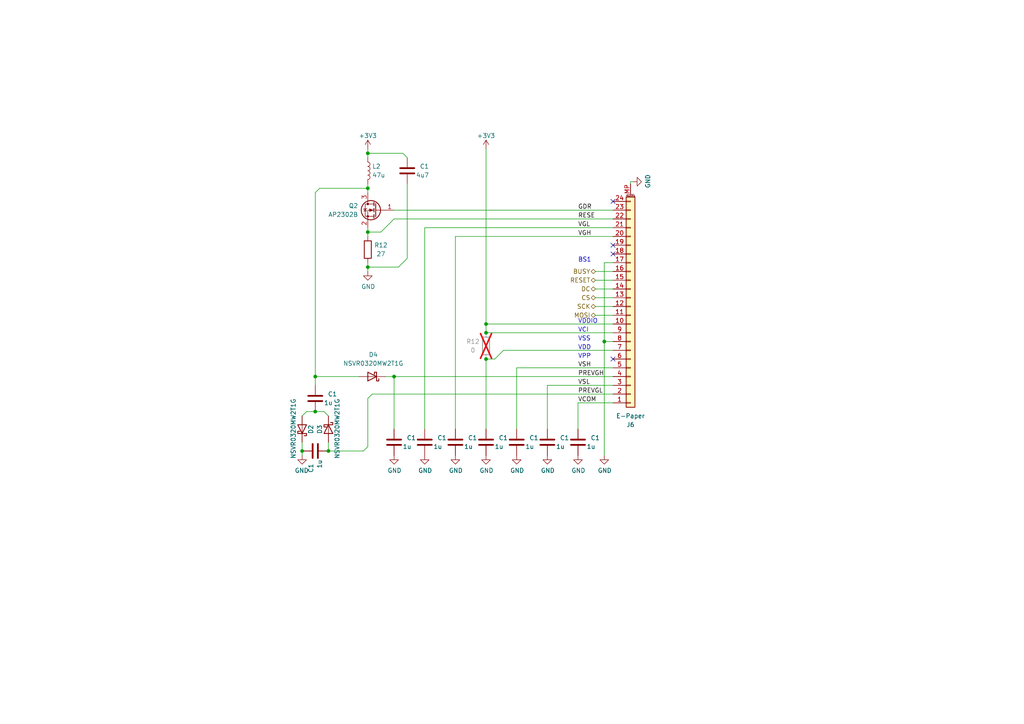
<source format=kicad_sch>
(kicad_sch (version 20230819) (generator eeschema)
  (paper "A4")
  (title_block (title "HackerHotel 2024 badge") (date "2023-08-30") (rev "1") (company "Nicolai Electronics") (comment 1 "License: CERN Open Hardware Licence Version 2 - Permissive"))
  (lib_symbols
    (symbol "symbols2:+3.3V" (power) (pin_names (offset 0))
      (property "Value" "+3.3V" (at 0 3.556 0))
      (symbol "+3.3V_0_1"
        (polyline (pts (xy -0.762 1.27) (xy 0 2.54)))
        (polyline (pts (xy 0 0) (xy 0 2.54)))
        (polyline (pts (xy 0 2.54) (xy 0.762 1.27)))
      )
      (symbol "+3.3V_1_1"
        (pin power_in line (at 0 0 90) (length 0) hide (name "+3.3V") (number "1"))
      )
    )
    (symbol "symbols2:GND" (power) (pin_names (offset 0))
      (property "Value" "GND" (at 0 -3.81 0))
      (symbol "GND_0_1"
        (polyline (pts (xy 0 0) (xy 0 -1.27) (xy 1.27 -1.27) (xy 0 -2.54) (xy -1.27 -1.27) (xy 0 -1.27)))
      )
      (symbol "GND_1_1"
        (pin power_in line (at 0 0 270) (length 0) hide (name "GND") (number "1"))
      )
    )
    (symbol "symbols:C" (pin_numbers hide) (pin_names (offset 0.254))
      (property "Reference" "C" (at 0.635 2.54 0))
      (property "Value" "C" (at 0.635 -2.54 0))
      (symbol "C_0_1"
        (polyline (pts (xy -2.032 -0.762) (xy 2.032 -0.762)) (stroke (width 0.508)))
        (polyline (pts (xy -2.032 0.762) (xy 2.032 0.762)) (stroke (width 0.508)))
      )
      (symbol "C_1_1"
        (pin passive line (at 0 3.81 270) (length 2.794) (name "~") (number "1"))
        (pin passive line (at 0 -3.81 90) (length 2.794) (name "~") (number "2"))
      )
    )
    (symbol "symbols:Conn_01x24_MountingPin" (pin_names (offset 1.016) hide)
      (property "Reference" "J" (at 0 30.48 0))
      (property "Value" "Conn_01x24_MountingPin" (at 1.27 -33.02 0))
      (symbol "Conn_01x24_MountingPin_1_1"
        (rectangle (start -1.27 -30.353) (end 0 -30.607) (stroke (width 0.1524)))
        (rectangle (start -1.27 -27.813) (end 0 -28.067) (stroke (width 0.1524)))
        (rectangle (start -1.27 -25.273) (end 0 -25.527) (stroke (width 0.1524)))
        (rectangle (start -1.27 -22.733) (end 0 -22.987) (stroke (width 0.1524)))
        (rectangle (start -1.27 -20.193) (end 0 -20.447) (stroke (width 0.1524)))
        (rectangle (start -1.27 -17.653) (end 0 -17.907) (stroke (width 0.1524)))
        (rectangle (start -1.27 -15.113) (end 0 -15.367) (stroke (width 0.1524)))
        (rectangle (start -1.27 -12.573) (end 0 -12.827) (stroke (width 0.1524)))
        (rectangle (start -1.27 -10.033) (end 0 -10.287) (stroke (width 0.1524)))
        (rectangle (start -1.27 -7.493) (end 0 -7.747) (stroke (width 0.1524)))
        (rectangle (start -1.27 -4.953) (end 0 -5.207) (stroke (width 0.1524)))
        (rectangle (start -1.27 -2.413) (end 0 -2.667) (stroke (width 0.1524)))
        (rectangle (start -1.27 0.127) (end 0 -0.127) (stroke (width 0.1524)))
        (rectangle (start -1.27 2.667) (end 0 2.413) (stroke (width 0.1524)))
        (rectangle (start -1.27 5.207) (end 0 4.953) (stroke (width 0.1524)))
        (rectangle (start -1.27 7.747) (end 0 7.493) (stroke (width 0.1524)))
        (rectangle (start -1.27 10.287) (end 0 10.033) (stroke (width 0.1524)))
        (rectangle (start -1.27 12.827) (end 0 12.573) (stroke (width 0.1524)))
        (rectangle (start -1.27 15.367) (end 0 15.113) (stroke (width 0.1524)))
        (rectangle (start -1.27 17.907) (end 0 17.653) (stroke (width 0.1524)))
        (rectangle (start -1.27 20.447) (end 0 20.193) (stroke (width 0.1524)))
        (rectangle (start -1.27 22.987) (end 0 22.733) (stroke (width 0.1524)))
        (rectangle (start -1.27 25.527) (end 0 25.273) (stroke (width 0.1524)))
        (rectangle (start -1.27 28.067) (end 0 27.813) (stroke (width 0.1524)))
        (rectangle (start -1.27 29.21) (end 1.27 -31.75) (stroke (width 0.254)) (fill (type background)))
        (polyline (pts (xy -1.016 -32.512) (xy 1.016 -32.512)) (stroke (width 0.1524)))
        (text "Mounting" (at 0 -32.131 0) (effects (font (size 0.381 0.381))))
        (pin passive line (at -5.08 27.94 0) (length 3.81) (name "Pin_1") (number "1"))
        (pin passive line (at -5.08 5.08 0) (length 3.81) (name "Pin_10") (number "10"))
        (pin passive line (at -5.08 2.54 0) (length 3.81) (name "Pin_11") (number "11"))
        (pin passive line (at -5.08 0 0) (length 3.81) (name "Pin_12") (number "12"))
        (pin passive line (at -5.08 -2.54 0) (length 3.81) (name "Pin_13") (number "13"))
        (pin passive line (at -5.08 -5.08 0) (length 3.81) (name "Pin_14") (number "14"))
        (pin passive line (at -5.08 -7.62 0) (length 3.81) (name "Pin_15") (number "15"))
        (pin passive line (at -5.08 -10.16 0) (length 3.81) (name "Pin_16") (number "16"))
        (pin passive line (at -5.08 -12.7 0) (length 3.81) (name "Pin_17") (number "17"))
        (pin passive line (at -5.08 -15.24 0) (length 3.81) (name "Pin_18") (number "18"))
        (pin passive line (at -5.08 -17.78 0) (length 3.81) (name "Pin_19") (number "19"))
        (pin passive line (at -5.08 25.4 0) (length 3.81) (name "Pin_2") (number "2"))
        (pin passive line (at -5.08 -20.32 0) (length 3.81) (name "Pin_20") (number "20"))
        (pin passive line (at -5.08 -22.86 0) (length 3.81) (name "Pin_21") (number "21"))
        (pin passive line (at -5.08 -25.4 0) (length 3.81) (name "Pin_22") (number "22"))
        (pin passive line (at -5.08 -27.94 0) (length 3.81) (name "Pin_23") (number "23"))
        (pin passive line (at -5.08 -30.48 0) (length 3.81) (name "Pin_24") (number "24"))
        (pin passive line (at -5.08 22.86 0) (length 3.81) (name "Pin_3") (number "3"))
        (pin passive line (at -5.08 20.32 0) (length 3.81) (name "Pin_4") (number "4"))
        (pin passive line (at -5.08 17.78 0) (length 3.81) (name "Pin_5") (number "5"))
        (pin passive line (at -5.08 15.24 0) (length 3.81) (name "Pin_6") (number "6"))
        (pin passive line (at -5.08 12.7 0) (length 3.81) (name "Pin_7") (number "7"))
        (pin passive line (at -5.08 10.16 0) (length 3.81) (name "Pin_8") (number "8"))
        (pin passive line (at -5.08 7.62 0) (length 3.81) (name "Pin_9") (number "9"))
        (pin passive line (at 0 -35.56 90) (length 3.048) (name "MountPin") (number "MP"))
      )
    )
    (symbol "symbols:D_Schottky" (pin_numbers hide) (pin_names (offset 1.016) hide)
      (property "Reference" "D" (at 0 2.54 0))
      (property "Value" "D_Schottky" (at 0 -2.54 0))
      (symbol "D_Schottky_0_1"
        (polyline (pts (xy 1.27 0) (xy -1.27 0)))
        (polyline (pts (xy 1.27 1.27) (xy 1.27 -1.27) (xy -1.27 0) (xy 1.27 1.27)) (stroke (width 0.254)))
        (polyline (pts (xy -1.905 0.635) (xy -1.905 1.27) (xy -1.27 1.27) (xy -1.27 -1.27) (xy -0.635 -1.27) (xy -0.635 -0.635)) (stroke (width 0.254)))
      )
      (symbol "D_Schottky_1_1"
        (pin passive line (at -3.81 0 0) (length 2.54) (name "K") (number "1"))
        (pin passive line (at 3.81 0 180) (length 2.54) (name "A") (number "2"))
      )
    )
    (symbol "symbols:L" (pin_numbers hide) (pin_names (offset 1.016) hide)
      (property "Reference" "L" (at -1.27 0 90))
      (property "Value" "L" (at 1.905 0 90))
      (symbol "L_0_1"
        (arc (start 0 -2.54) (mid 0.6323 -1.905) (end 0 -1.27))
        (arc (start 0 -1.27) (mid 0.6323 -0.635) (end 0 0))
        (arc (start 0 0) (mid 0.6323 0.635) (end 0 1.27))
        (arc (start 0 1.27) (mid 0.6323 1.905) (end 0 2.54))
      )
      (symbol "L_1_1"
        (pin passive line (at 0 3.81 270) (length 1.27) (name "1") (number "1"))
        (pin passive line (at 0 -3.81 90) (length 1.27) (name "2") (number "2"))
      )
    )
    (symbol "symbols:Q_NMOS_GSD" (pin_names (offset 0) hide)
      (property "Reference" "Q" (at 5.08 1.27 0))
      (property "Value" "Q_NMOS_GSD" (at 5.08 -1.27 0))
      (symbol "Q_NMOS_GSD_0_1"
        (polyline (pts (xy 0.254 0) (xy -2.54 0)))
        (polyline (pts (xy 0.254 1.905) (xy 0.254 -1.905)) (stroke (width 0.254)))
        (polyline (pts (xy 0.762 -1.27) (xy 0.762 -2.286)) (stroke (width 0.254)))
        (polyline (pts (xy 0.762 0.508) (xy 0.762 -0.508)) (stroke (width 0.254)))
        (polyline (pts (xy 0.762 2.286) (xy 0.762 1.27)) (stroke (width 0.254)))
        (polyline (pts (xy 2.54 2.54) (xy 2.54 1.778)))
        (polyline (pts (xy 2.54 -2.54) (xy 2.54 0) (xy 0.762 0)))
        (polyline (pts (xy 0.762 -1.778) (xy 3.302 -1.778) (xy 3.302 1.778) (xy 0.762 1.778)))
        (polyline (pts (xy 1.016 0) (xy 2.032 0.381) (xy 2.032 -0.381) (xy 1.016 0)) (fill (type outline)))
        (polyline (pts (xy 2.794 0.508) (xy 2.921 0.381) (xy 3.683 0.381) (xy 3.81 0.254)))
        (polyline (pts (xy 3.302 0.381) (xy 2.921 -0.254) (xy 3.683 -0.254) (xy 3.302 0.381)))
        (circle (center 1.651 0) (radius 2.794) (stroke (width 0.254)))
        (circle (center 2.54 -1.778) (radius 0.254) (fill (type outline)))
        (circle (center 2.54 1.778) (radius 0.254) (fill (type outline)))
      )
      (symbol "Q_NMOS_GSD_1_1"
        (pin input line (at -5.08 0 0) (length 2.54) (name "G") (number "1"))
        (pin passive line (at 2.54 -5.08 90) (length 2.54) (name "S") (number "2"))
        (pin passive line (at 2.54 5.08 270) (length 2.54) (name "D") (number "3"))
      )
    )
    (symbol "symbols:R" (pin_numbers hide) (pin_names (offset 0))
      (property "Reference" "R" (at 2.032 0 90))
      (property "Value" "R" (at 0 0 90))
      (symbol "R_0_1"
        (rectangle (start -1.016 -2.54) (end 1.016 2.54) (stroke (width 0.254)))
      )
      (symbol "R_1_1"
        (pin passive line (at 0 3.81 270) (length 1.27) (name "~") (number "1"))
        (pin passive line (at 0 -3.81 90) (length 1.27) (name "~") (number "2"))
      )
    )
  )
  (junction (at 140.97 96.52))
  (junction (at 106.68 77.47))
  (junction (at 91.44 119.38))
  (junction (at 114.3 109.22))
  (junction (at 91.44 109.22))
  (junction (at 87.63 130.81))
  (junction (at 95.25 130.81))
  (junction (at 140.97 104.14))
  (junction (at 140.97 93.98))
  (junction (at 175.26 99.06))
  (junction (at 106.68 44.45))
  (junction (at 106.68 54.61))
  (junction (at 106.68 67.31))
  (no_connect (at 177.8 58.42))
  (no_connect (at 177.8 71.12))
  (no_connect (at 177.8 104.14))
  (no_connect (at 177.8 73.66))
  (wire (pts (xy 118.11 74.93) (xy 115.57 77.47)))
  (wire (pts (xy 106.68 44.45) (xy 106.68 45.72)))
  (wire (pts (xy 149.86 106.68) (xy 149.86 124.46)))
  (wire (pts (xy 172.72 88.9) (xy 177.8 88.9)))
  (wire (pts (xy 172.72 83.82) (xy 177.8 83.82)))
  (wire (pts (xy 149.86 106.68) (xy 177.8 106.68)))
  (wire (pts (xy 106.68 115.57) (xy 106.68 129.54)))
  (wire (pts (xy 123.19 66.04) (xy 123.19 124.46)))
  (wire (pts (xy 106.68 53.34) (xy 106.68 54.61)))
  (wire (pts (xy 114.3 109.22) (xy 177.8 109.22)))
  (wire (pts (xy 106.68 67.31) (xy 106.68 68.58)))
  (wire (pts (xy 140.97 104.14) (xy 140.97 124.46)))
  (wire (pts (xy 106.68 66.04) (xy 106.68 67.31)))
  (wire (pts (xy 116.84 44.45) (xy 118.11 45.72)))
  (wire (pts (xy 106.68 43.18) (xy 106.68 44.45)))
  (wire (pts (xy 146.05 101.6) (xy 177.8 101.6)))
  (wire (pts (xy 140.97 43.18) (xy 140.97 93.98)))
  (wire (pts (xy 158.75 111.76) (xy 177.8 111.76)))
  (wire (pts (xy 105.41 130.81) (xy 106.68 129.54)))
  (wire (pts (xy 132.08 68.58) (xy 132.08 124.46)))
  (wire (pts (xy 87.63 128.27) (xy 87.63 130.81)))
  (wire (pts (xy 106.68 54.61) (xy 106.68 55.88)))
  (wire (pts (xy 172.72 86.36) (xy 177.8 86.36)))
  (wire (pts (xy 172.72 78.74) (xy 177.8 78.74)))
  (wire (pts (xy 143.51 104.14) (xy 146.05 101.6)))
  (wire (pts (xy 123.19 66.04) (xy 177.8 66.04)))
  (wire (pts (xy 110.49 67.31) (xy 114.3 63.5)))
  (wire (pts (xy 106.68 77.47) (xy 106.68 78.74)))
  (wire (pts (xy 91.44 55.88) (xy 91.44 109.22)))
  (wire (pts (xy 91.44 109.22) (xy 104.14 109.22)))
  (wire (pts (xy 175.26 76.2) (xy 175.26 99.06)))
  (wire (pts (xy 114.3 60.96) (xy 177.8 60.96)))
  (wire (pts (xy 106.68 77.47) (xy 115.57 77.47)))
  (wire (pts (xy 111.76 109.22) (xy 114.3 109.22)))
  (wire (pts (xy 140.97 96.52) (xy 177.8 96.52)))
  (wire (pts (xy 87.63 120.65) (xy 88.9 119.38)))
  (wire (pts (xy 118.11 53.34) (xy 118.11 74.93)))
  (wire (pts (xy 114.3 109.22) (xy 114.3 124.46)))
  (wire (pts (xy 182.88 52.705) (xy 182.88 53.34)))
  (wire (pts (xy 167.64 116.84) (xy 177.8 116.84)))
  (wire (pts (xy 175.26 99.06) (xy 175.26 132.08)))
  (wire (pts (xy 172.72 81.28) (xy 177.8 81.28)))
  (wire (pts (xy 172.72 91.44) (xy 177.8 91.44)))
  (wire (pts (xy 106.68 76.2) (xy 106.68 77.47)))
  (wire (pts (xy 95.25 130.81) (xy 105.41 130.81)))
  (wire (pts (xy 93.98 119.38) (xy 91.44 119.38)))
  (wire (pts (xy 95.25 128.27) (xy 95.25 130.81)))
  (wire (pts (xy 114.3 63.5) (xy 177.8 63.5)))
  (wire (pts (xy 106.68 44.45) (xy 116.84 44.45)))
  (wire (pts (xy 167.64 116.84) (xy 167.64 124.46)))
  (wire (pts (xy 158.75 111.76) (xy 158.75 124.46)))
  (wire (pts (xy 87.63 130.81) (xy 87.63 132.08)))
  (wire (pts (xy 91.44 55.88) (xy 92.71 54.61)))
  (wire (pts (xy 140.97 104.14) (xy 143.51 104.14)))
  (wire (pts (xy 175.26 99.06) (xy 177.8 99.06)))
  (wire (pts (xy 140.97 93.98) (xy 177.8 93.98)))
  (wire (pts (xy 106.68 115.57) (xy 107.95 114.3)))
  (wire (pts (xy 132.08 68.58) (xy 177.8 68.58)))
  (wire (pts (xy 92.71 54.61) (xy 106.68 54.61)))
  (wire (pts (xy 182.88 52.705) (xy 183.515 52.705)))
  (wire (pts (xy 140.97 93.98) (xy 140.97 96.52)))
  (wire (pts (xy 106.68 67.31) (xy 110.49 67.31)))
  (wire (pts (xy 107.95 114.3) (xy 177.8 114.3)))
  (wire (pts (xy 91.44 109.22) (xy 91.44 111.76)))
  (wire (pts (xy 91.44 119.38) (xy 88.9 119.38)))
  (wire (pts (xy 93.98 119.38) (xy 95.25 120.65)))
  (wire (pts (xy 175.26 76.2) (xy 177.8 76.2)))
  (text "VDD" (at 167.64 101.6 0) (effects (font (size 1.27 1.27)) (justify left bottom)))
  (text "VSS" (at 167.64 99.06 0) (effects (font (size 1.27 1.27)) (justify left bottom)))
  (text "BS1" (at 167.64 76.2 0) (effects (font (size 1.27 1.27)) (justify left bottom)))
  (text "VDDIO" (at 167.64 93.98 0) (effects (font (size 1.27 1.27)) (justify left bottom)))
  (text "VCI" (at 167.64 96.52 0) (effects (font (size 1.27 1.27)) (justify left bottom)))
  (text "VPP" (at 167.64 104.14 0) (effects (font (size 1.27 1.27)) (justify left bottom)))
  (label "GDR" (at 167.64 60.96 0))
  (label "PREVGL" (at 167.64 114.3 0))
  (label "VSL" (at 167.64 111.76 0))
  (label "VCOM" (at 167.64 116.84 0))
  (label "VGL" (at 167.64 66.04 0))
  (label "VSH" (at 167.64 106.68 0))
  (label "PREVGH" (at 167.64 109.22 0))
  (label "RESE" (at 167.64 63.5 0))
  (label "VGH" (at 167.64 68.58 0))
  (hierarchical_label "RESET" (shape bidirectional) (at 172.72 81.28 180))
  (hierarchical_label "CS" (shape bidirectional) (at 172.72 86.36 180))
  (hierarchical_label "BUSY" (shape bidirectional) (at 172.72 78.74 180))
  (hierarchical_label "DC" (shape bidirectional) (at 172.72 83.82 180))
  (hierarchical_label "SCK" (shape bidirectional) (at 172.72 88.9 180))
  (hierarchical_label "MOSI" (shape bidirectional) (at 172.72 91.44 180))
  (symbol (lib_id "symbols2:GND") (at 158.75 132.08 0) (unit 1)
    (property "Reference" "#PWR0131" (effects hide))
    (property "Value" "GND" (at 158.877 136.4742 0))
    (property "Description" "Power symbol creates a global label with name \"GND\" , ground" (effects hide))
    (instances (project "hh2024" (path "" (reference "#PWR0131") (unit 1)) (path "" (reference "#PWR050") (unit 1)) (path "" (reference "#PWR071") (unit 1))))
  )
  (symbol (lib_id "symbols:Conn_01x24_MountingPin") (at 182.88 88.9 0) (mirror x) (unit 1)
    (property "Reference" "J6" (at 182.88 123.19 0))
    (property "Value" "E-Paper" (at 182.88 120.65 0))
    (property "Footprint" "tanoshii:Hirose_FH12-24S-0.5SH_1x24-1MP_P0.50mm_Horizontal" (effects hide))
    (property "Datasheet" "https://datasheet.lcsc.com/lcsc/2304140030_HRS-Hirose-FH12-24S-0-5SH-55_C202112.pdf" (effects hide))
    (property "LCSC" "C202112" (effects hide))
  )
  (symbol (lib_id "symbols:L") (at 106.68 49.53 0) (unit 1)
    (property "Reference" "L2" (at 107.95 48.26 0) (effects (justify left)))
    (property "Value" "47u" (at 107.95 50.8 0) (effects (justify left)))
    (property "Footprint" "tanoshii:L_1210_3225Metric" (effects hide))
    (property "Datasheet" "https://datasheet.lcsc.com/lcsc/2304140030_TDK-NLCV32T-470K-PF_C83083.pdf" (effects hide))
    (property "LCSC" "C83083" (effects hide))
  )
  (symbol (lib_id "symbols:C") (at 114.3 128.27 180) (unit 1)
    (property "Reference" "C1" (at 120.65 127 0) (effects (justify left)))
    (property "Value" "1u" (at 119.38 129.54 0) (effects (justify left)))
    (property "Footprint" "Capacitor_SMD:C_0805_2012Metric" (effects hide))
    (property "Datasheet" "https://datasheet.lcsc.com/lcsc/2304140030_Samsung-Electro-Mechanics-CL05A105KQ5NNNC_C107372.pdf" (effects hide))
    (property "LCSC" "C107372" (effects hide))
    (instances (project "hh2024" (path "" (reference "C1") (unit 1)) (path "" (reference "C1") (unit 1)) (path "" (reference "C16") (unit 1))))
  )
  (symbol (lib_id "symbols:D_Schottky") (at 107.95 109.22 180) (unit 1)
    (property "Reference" "D4" (at 108.2675 102.87 0))
    (property "Value" "NSVR0320MW2T1G" (at 108.2675 105.41 0))
    (property "Footprint" "tanoshii:D_SOD-323" (effects hide))
    (property "Datasheet" "https://datasheet.lcsc.com/lcsc/2210210130_onsemi-NSVR0320MW2T1G_C232573.pdf" (effects hide))
    (property "LCSC" "C232573" (effects hide))
  )
  (symbol (lib_id "symbols2:GND") (at 106.68 78.74 0) (unit 1)
    (property "Reference" "#PWR0131" (effects hide))
    (property "Value" "GND" (at 106.807 83.1342 0))
    (property "Description" "Power symbol creates a global label with name \"GND\" , ground" (effects hide))
    (instances (project "hh2024" (path "" (reference "#PWR0131") (unit 1)) (path "" (reference "#PWR050") (unit 1)) (path "" (reference "#PWR064") (unit 1))))
  )
  (symbol (lib_id "symbols:C") (at 158.75 128.27 180) (unit 1)
    (property "Reference" "C1" (at 165.1 127 0) (effects (justify left)))
    (property "Value" "1u" (at 163.83 129.54 0) (effects (justify left)))
    (property "Footprint" "Capacitor_SMD:C_0805_2012Metric" (effects hide))
    (property "Datasheet" "https://datasheet.lcsc.com/lcsc/2304140030_Samsung-Electro-Mechanics-CL05A105KQ5NNNC_C107372.pdf" (effects hide))
    (property "LCSC" "C107372" (effects hide))
    (instances (project "hh2024" (path "" (reference "C1") (unit 1)) (path "" (reference "C1") (unit 1)) (path "" (reference "C22") (unit 1))))
  )
  (symbol (lib_id "symbols2:GND") (at 123.19 132.08 0) (unit 1)
    (property "Reference" "#PWR0131" (effects hide))
    (property "Value" "GND" (at 123.317 136.4742 0))
    (property "Description" "Power symbol creates a global label with name \"GND\" , ground" (effects hide))
    (instances (project "hh2024" (path "" (reference "#PWR0131") (unit 1)) (path "" (reference "#PWR050") (unit 1)) (path "" (reference "#PWR066") (unit 1))))
  )
  (symbol (lib_id "symbols:C") (at 132.08 128.27 180) (unit 1)
    (property "Reference" "C1" (at 138.43 127 0) (effects (justify left)))
    (property "Value" "1u" (at 137.16 129.54 0) (effects (justify left)))
    (property "Footprint" "Capacitor_SMD:C_0805_2012Metric" (effects hide))
    (property "Datasheet" "https://datasheet.lcsc.com/lcsc/2304140030_Samsung-Electro-Mechanics-CL05A105KQ5NNNC_C107372.pdf" (effects hide))
    (property "LCSC" "C107372" (effects hide))
    (instances (project "hh2024" (path "" (reference "C1") (unit 1)) (path "" (reference "C1") (unit 1)) (path "" (reference "C19") (unit 1))))
  )
  (symbol (lib_id "symbols:C") (at 91.44 130.81 270) (mirror x) (unit 1)
    (property "Reference" "C1" (at 90.17 137.16 0) (effects (justify left)))
    (property "Value" "1u" (at 92.71 135.89 0) (effects (justify left)))
    (property "Footprint" "Capacitor_SMD:C_0805_2012Metric" (effects hide))
    (property "Datasheet" "https://datasheet.lcsc.com/lcsc/2304140030_Samsung-Electro-Mechanics-CL05A105KQ5NNNC_C107372.pdf" (effects hide))
    (property "LCSC" "C107372" (effects hide))
    (instances (project "hh2024" (path "" (reference "C1") (unit 1)) (path "" (reference "C1") (unit 1)) (path "" (reference "C15") (unit 1))))
  )
  (symbol (lib_id "symbols2:+3.3V") (at 140.97 43.18 0) (unit 1)
    (property "Reference" "#PWR0129" (effects hide))
    (property "Value" "+3V3" (at 140.97 39.37 0))
    (property "Description" "Power symbol creates a global label with name \"+3.3V\"" (effects hide))
    (instances (project "hh2024" (path "" (reference "#PWR0129") (unit 1)) (path "" (reference "#PWR052") (unit 1)) (path "" (reference "#PWR068") (unit 1))))
  )
  (symbol (lib_id "symbols2:GND") (at 114.3 132.08 0) (unit 1)
    (property "Reference" "#PWR0131" (effects hide))
    (property "Value" "GND" (at 114.427 136.4742 0))
    (property "Description" "Power symbol creates a global label with name \"GND\" , ground" (effects hide))
    (instances (project "hh2024" (path "" (reference "#PWR0131") (unit 1)) (path "" (reference "#PWR050") (unit 1)) (path "" (reference "#PWR065") (unit 1))))
  )
  (symbol (lib_id "symbols2:GND") (at 149.86 132.08 0) (unit 1)
    (property "Reference" "#PWR0131" (effects hide))
    (property "Value" "GND" (at 149.987 136.4742 0))
    (property "Description" "Power symbol creates a global label with name \"GND\" , ground" (effects hide))
    (instances (project "hh2024" (path "" (reference "#PWR0131") (unit 1)) (path "" (reference "#PWR050") (unit 1)) (path "" (reference "#PWR070") (unit 1))))
  )
  (symbol (lib_id "symbols:D_Schottky") (at 87.63 124.46 270) (mirror x) (unit 1)
    (property "Reference" "D2" (at 90.17 123.19 0) (effects (justify right)))
    (property "Value" "NSVR0320MW2T1G" (at 85.09 115.57 0) (effects (justify right)))
    (property "Footprint" "tanoshii:D_SOD-323" (effects hide))
    (property "Datasheet" "https://datasheet.lcsc.com/lcsc/2210210130_onsemi-NSVR0320MW2T1G_C232573.pdf" (effects hide))
    (property "LCSC" "C232573" (effects hide))
  )
  (symbol (lib_id "symbols:Q_NMOS_GSD") (at 109.22 60.96 0) (mirror y) (unit 1)
    (property "Reference" "Q2" (at 103.886 59.6899 0) (effects (justify left)))
    (property "Value" "AP2302B" (at 103.886 62.2299 0) (effects (justify left)))
    (property "Footprint" "tanoshii:SOT-23" (effects hide))
    (property "Datasheet" "https://datasheet.lcsc.com/lcsc/1912111437_ALLPOWER-ShenZhen-Quan-Li-Semiconductor-AP2302B_C406812.pdf" (effects hide))
    (property "LCSC" "C406812" (effects hide))
    (instances (project "hh2024" (path "" (reference "Q2") (unit 1)) (path "" (reference "Q1") (unit 1)) (path "" (reference "Q2") (unit 1))))
  )
  (symbol (lib_id "symbols:C") (at 149.86 128.27 180) (unit 1)
    (property "Reference" "C1" (at 156.21 127 0) (effects (justify left)))
    (property "Value" "1u" (at 154.94 129.54 0) (effects (justify left)))
    (property "Footprint" "Capacitor_SMD:C_0805_2012Metric" (effects hide))
    (property "Datasheet" "https://datasheet.lcsc.com/lcsc/2304140030_Samsung-Electro-Mechanics-CL05A105KQ5NNNC_C107372.pdf" (effects hide))
    (property "LCSC" "C107372" (effects hide))
    (instances (project "hh2024" (path "" (reference "C1") (unit 1)) (path "" (reference "C1") (unit 1)) (path "" (reference "C21") (unit 1))))
  )
  (symbol (lib_id "symbols:D_Schottky") (at 95.25 124.46 270) (unit 1)
    (property "Reference" "D3" (at 92.71 123.19 0) (effects (justify left)))
    (property "Value" "NSVR0320MW2T1G" (at 97.79 115.57 0) (effects (justify left)))
    (property "Footprint" "tanoshii:D_SOD-323" (effects hide))
    (property "Datasheet" "https://datasheet.lcsc.com/lcsc/2210210130_onsemi-NSVR0320MW2T1G_C232573.pdf" (effects hide))
    (property "LCSC" "C232573" (effects hide))
  )
  (symbol (lib_id "symbols:C") (at 91.44 115.57 180) (unit 1)
    (property "Reference" "C1" (at 97.79 114.3 0) (effects (justify left)))
    (property "Value" "1u" (at 96.52 116.84 0) (effects (justify left)))
    (property "Footprint" "Capacitor_SMD:C_0805_2012Metric" (effects hide))
    (property "Datasheet" "https://datasheet.lcsc.com/lcsc/2304140030_Samsung-Electro-Mechanics-CL05A105KQ5NNNC_C107372.pdf" (effects hide))
    (property "LCSC" "C107372" (effects hide))
    (instances (project "hh2024" (path "" (reference "C1") (unit 1)) (path "" (reference "C1") (unit 1)) (path "" (reference "C14") (unit 1))))
  )
  (symbol (lib_id "symbols:C") (at 167.64 128.27 180) (unit 1)
    (property "Reference" "C1" (at 173.99 127 0) (effects (justify left)))
    (property "Value" "1u" (at 172.72 129.54 0) (effects (justify left)))
    (property "Footprint" "Capacitor_SMD:C_0805_2012Metric" (effects hide))
    (property "Datasheet" "https://datasheet.lcsc.com/lcsc/2304140030_Samsung-Electro-Mechanics-CL05A105KQ5NNNC_C107372.pdf" (effects hide))
    (property "LCSC" "C107372" (effects hide))
    (instances (project "hh2024" (path "" (reference "C1") (unit 1)) (path "" (reference "C1") (unit 1)) (path "" (reference "C23") (unit 1))))
  )
  (symbol (lib_id "symbols2:GND") (at 183.515 52.705 90) (unit 1)
    (property "Reference" "#PWR0131" (effects hide))
    (property "Value" "GND" (at 187.9092 52.578 0))
    (property "Description" "Power symbol creates a global label with name \"GND\" , ground" (effects hide))
    (instances (project "hh2024" (path "" (reference "#PWR0131") (unit 1)) (path "" (reference "#PWR050") (unit 1)) (path "" (reference "#PWR074") (unit 1))))
  )
  (symbol (lib_id "symbols:R") (at 106.68 72.39 180) (unit 1)
    (property "Reference" "R12" (at 110.49 71.12 0))
    (property "Value" "27" (at 110.49 73.66 0))
    (property "Footprint" "Resistor_SMD:R_0805_2012Metric" (effects hide))
    (property "Datasheet" "https://datasheet.lcsc.com/lcsc/2205311845_UNI-ROYAL-Uniroyal-Elec-0402WGJ0270TCE_C25156.pdf" (effects hide))
    (property "LCSC" "C25156" (effects hide))
    (instances (project "hh2024" (path "" (reference "R12") (unit 1)) (path "" (reference "R6") (unit 1)) (path "" (reference "R21") (unit 1))))
  )
  (symbol (lib_id "symbols2:GND") (at 132.08 132.08 0) (unit 1)
    (property "Reference" "#PWR0131" (effects hide))
    (property "Value" "GND" (at 132.207 136.4742 0))
    (property "Description" "Power symbol creates a global label with name \"GND\" , ground" (effects hide))
    (instances (project "hh2024" (path "" (reference "#PWR0131") (unit 1)) (path "" (reference "#PWR050") (unit 1)) (path "" (reference "#PWR067") (unit 1))))
  )
  (symbol (lib_id "symbols:C") (at 123.19 128.27 180) (unit 1)
    (property "Reference" "C1" (at 129.54 127 0) (effects (justify left)))
    (property "Value" "1u" (at 128.27 129.54 0) (effects (justify left)))
    (property "Footprint" "Capacitor_SMD:C_0805_2012Metric" (effects hide))
    (property "Datasheet" "https://datasheet.lcsc.com/lcsc/2304140030_Samsung-Electro-Mechanics-CL05A105KQ5NNNC_C107372.pdf" (effects hide))
    (property "LCSC" "C107372" (effects hide))
    (instances (project "hh2024" (path "" (reference "C1") (unit 1)) (path "" (reference "C1") (unit 1)) (path "" (reference "C18") (unit 1))))
  )
  (symbol (lib_id "symbols:R") (at 140.97 100.33 0) (unit 1) (in_bom no) (dnp yes)
    (property "Reference" "R12" (at 137.16 99.06 0))
    (property "Value" "0" (at 137.16 101.6 0))
    (property "Footprint" "Resistor_SMD:R_0805_2012Metric" (effects hide))
    (property "Datasheet" "https://datasheet.lcsc.com/lcsc/2304140030_RALEC-RTT02000JTH_C102746.pdf" (effects hide))
    (property "LCSC" "C102746" (effects hide))
    (instances (project "hh2024" (path "" (reference "R12") (unit 1)) (path "" (reference "R6") (unit 1)) (path "" (reference "R22") (unit 1))))
  )
  (symbol (lib_id "symbols2:GND") (at 167.64 132.08 0) (unit 1)
    (property "Reference" "#PWR0131" (effects hide))
    (property "Value" "GND" (at 167.767 136.4742 0))
    (property "Description" "Power symbol creates a global label with name \"GND\" , ground" (effects hide))
    (instances (project "hh2024" (path "" (reference "#PWR0131") (unit 1)) (path "" (reference "#PWR050") (unit 1)) (path "" (reference "#PWR072") (unit 1))))
  )
  (symbol (lib_id "symbols2:GND") (at 140.97 132.08 0) (unit 1)
    (property "Reference" "#PWR0131" (effects hide))
    (property "Value" "GND" (at 141.097 136.4742 0))
    (property "Description" "Power symbol creates a global label with name \"GND\" , ground" (effects hide))
    (instances (project "hh2024" (path "" (reference "#PWR0131") (unit 1)) (path "" (reference "#PWR050") (unit 1)) (path "" (reference "#PWR069") (unit 1))))
  )
  (symbol (lib_id "symbols2:GND") (at 87.63 132.08 0) (mirror y) (unit 1)
    (property "Reference" "#PWR0131" (effects hide))
    (property "Value" "GND" (at 87.503 136.4742 0))
    (property "Description" "Power symbol creates a global label with name \"GND\" , ground" (effects hide))
    (instances (project "hh2024" (path "" (reference "#PWR0131") (unit 1)) (path "" (reference "#PWR050") (unit 1)) (path "" (reference "#PWR062") (unit 1))))
  )
  (symbol (lib_id "symbols:C") (at 118.11 49.53 180) (unit 1)
    (property "Reference" "C1" (at 124.46 48.26 0) (effects (justify left)))
    (property "Value" "4u7" (at 120.65 50.8 0) (effects (justify right)))
    (property "Footprint" "Capacitor_SMD:C_0805_2012Metric" (effects hide))
    (property "Datasheet" "https://datasheet.lcsc.com/lcsc/2304140030_Samsung-Electro-Mechanics-CL05A475KP5NRNC_C368809.pdf" (effects hide))
    (property "LCSC" "C368809" (effects hide))
    (instances (project "hh2024" (path "" (reference "C1") (unit 1)) (path "" (reference "C1") (unit 1)) (path "" (reference "C17") (unit 1))))
  )
  (symbol (lib_id "symbols2:GND") (at 175.26 132.08 0) (unit 1)
    (property "Reference" "#PWR0131" (effects hide))
    (property "Value" "GND" (at 175.387 136.4742 0))
    (property "Description" "Power symbol creates a global label with name \"GND\" , ground" (effects hide))
    (instances (project "hh2024" (path "" (reference "#PWR0131") (unit 1)) (path "" (reference "#PWR050") (unit 1)) (path "" (reference "#PWR073") (unit 1))))
  )
  (symbol (lib_id "symbols:C") (at 140.97 128.27 180) (unit 1)
    (property "Reference" "C1" (at 147.32 127 0) (effects (justify left)))
    (property "Value" "1u" (at 146.05 129.54 0) (effects (justify left)))
    (property "Footprint" "Capacitor_SMD:C_0805_2012Metric" (effects hide))
    (property "Datasheet" "https://datasheet.lcsc.com/lcsc/2304140030_Samsung-Electro-Mechanics-CL05A105KQ5NNNC_C107372.pdf" (effects hide))
    (property "LCSC" "C107372" (effects hide))
    (instances (project "hh2024" (path "" (reference "C1") (unit 1)) (path "" (reference "C1") (unit 1)) (path "" (reference "C20") (unit 1))))
  )
  (symbol (lib_id "symbols2:+3.3V") (at 106.68 43.18 0) (unit 1)
    (property "Reference" "#PWR0129" (effects hide))
    (property "Value" "+3V3" (at 106.68 39.37 0))
    (property "Description" "Power symbol creates a global label with name \"+3.3V\"" (effects hide))
    (instances (project "hh2024" (path "" (reference "#PWR0129") (unit 1)) (path "" (reference "#PWR052") (unit 1)) (path "" (reference "#PWR063") (unit 1))))
  )
)
</source>
